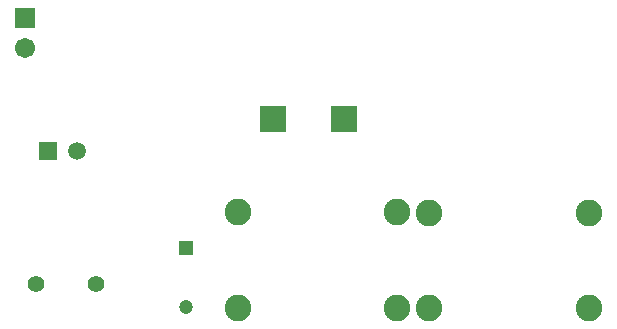
<source format=gbs>
%FSTAX23Y23*%
%MOIN*%
%SFA1B1*%

%IPPOS*%
%ADD16C,0.055000*%
%ADD17R,0.059180X0.059180*%
%ADD18C,0.059180*%
%ADD19C,0.088710*%
%ADD20C,0.067060*%
%ADD21R,0.067060X0.067060*%
%ADD22R,0.088000X0.088000*%
%ADD23C,0.047240*%
%ADD24R,0.047240X0.047240*%
%LNreceptor_wpt-1*%
%LPD*%
G54D16*
X01177Y01259D03*
X01377D03*
G54D17*
X01218Y01704D03*
G54D18*
X01316Y01704D03*
G54D19*
X03021Y01496D03*
Y01181D03*
X02383Y015D03*
X01852D03*
X02383Y01181D03*
X01852D03*
X0249Y01496D03*
Y01181D03*
G54D20*
X01141Y02047D03*
G54D21*
X01141Y02147D03*
G54D22*
X02204Y01811D03*
X01968D03*
G54D23*
X01677Y01185D03*
G54D24*
X01677Y01381D03*
M02*
</source>
